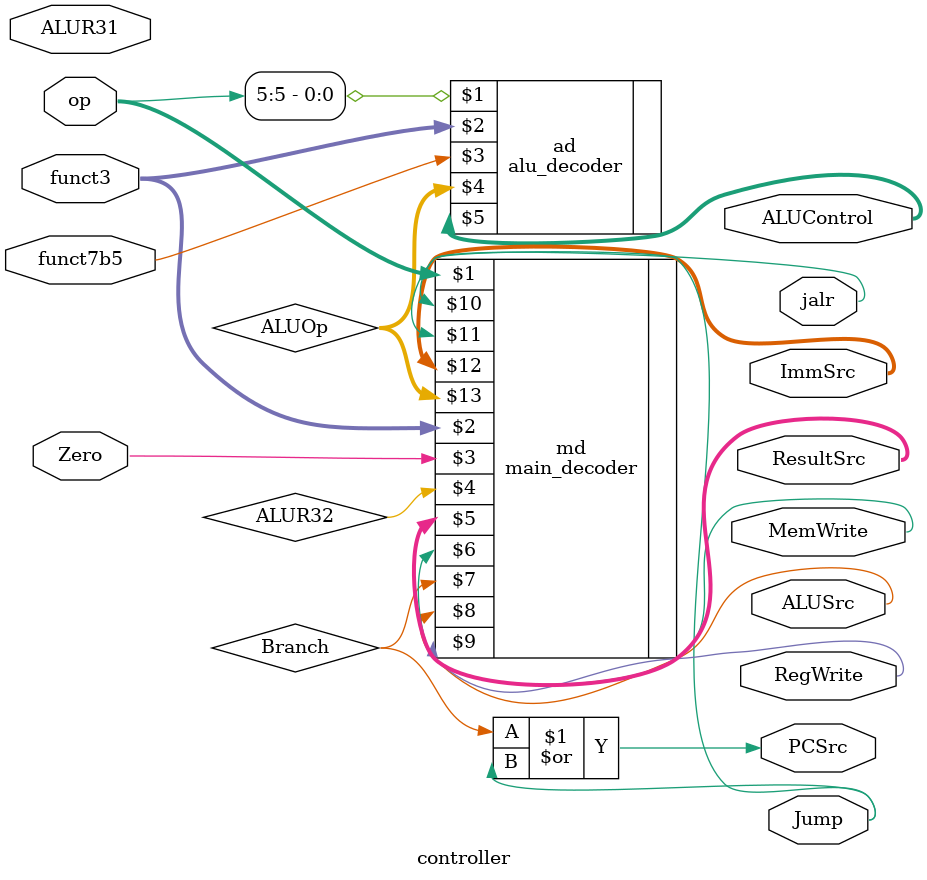
<source format=v>


module controller (
    input [6:0]  op,
    input [2:0]  funct3,
    input        funct7b5,
    input        Zero, ALUR31,
    output       [1:0] ResultSrc,
    output       MemWrite,
    output       PCSrc, ALUSrc,
    output       RegWrite, Jump, jalr,
    output [1:0] ImmSrc,
    output [2:0] ALUControl
);

wire [1:0] ALUOp;
wire       Branch;

main_decoder    md (op, funct3, Zero, ALUR32, ResultSrc, MemWrite, Branch,
                    ALUSrc, RegWrite, Jump, jalr, ImmSrc, ALUOp);

alu_decoder     ad (op[5], funct3, funct7b5, ALUOp, ALUControl);

// for jump and branch
assign PCSrc = Branch | Jump;

endmodule


</source>
